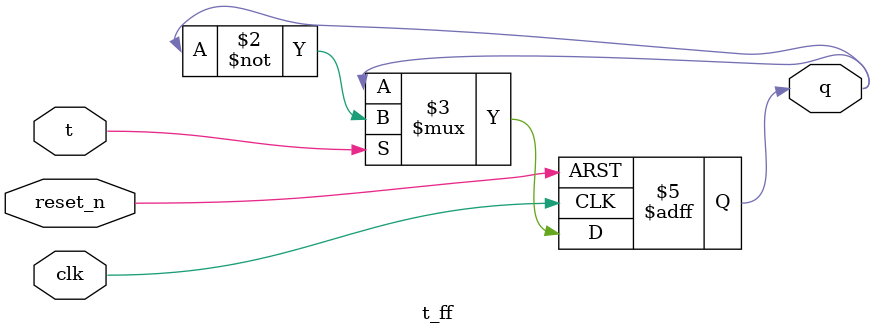
<source format=v>
`timescale 1ns / 1ps


module t_ff(
    input clk,
    input reset_n, 
    input t,
    output reg q
    );
    always @(negedge clk or posedge reset_n)
        if (reset_n)
            q <= 1'b0;
        else if (t)
            q <= ~q;
endmodule

</source>
